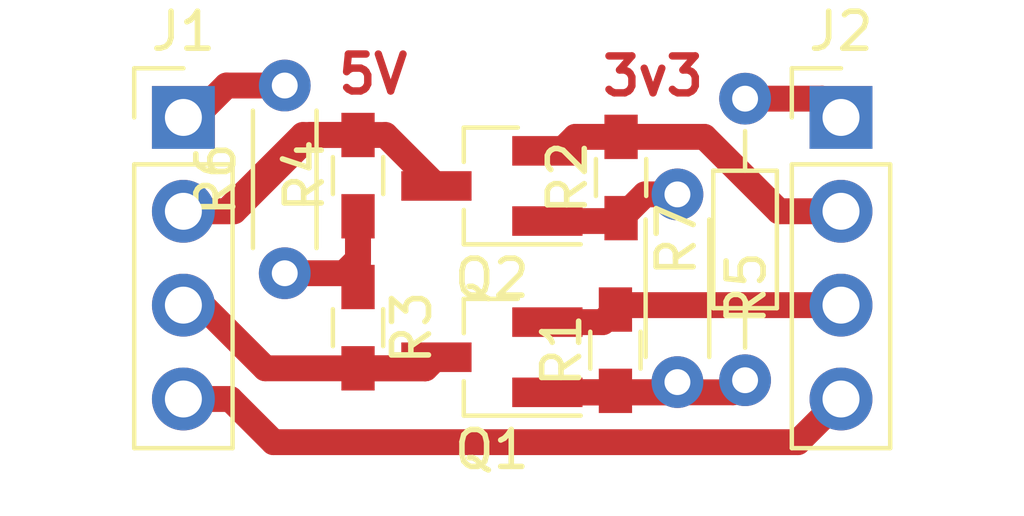
<source format=kicad_pcb>
(kicad_pcb (version 4) (host pcbnew 4.0.6)

  (general
    (links 18)
    (no_connects 0)
    (area 124.966667 99.819 152.813334 114.149)
    (thickness 1.6)
    (drawings 2)
    (tracks 44)
    (zones 0)
    (modules 11)
    (nets 11)
  )

  (page A4)
  (layers
    (0 F.Cu signal)
    (31 B.Cu jumper)
    (32 B.Adhes user)
    (33 F.Adhes user)
    (34 B.Paste user)
    (35 F.Paste user)
    (36 B.SilkS user)
    (37 F.SilkS user)
    (38 B.Mask user)
    (39 F.Mask user)
    (40 Dwgs.User user)
    (41 Cmts.User user)
    (42 Eco1.User user)
    (43 Eco2.User user)
    (44 Edge.Cuts user)
    (45 Margin user)
    (46 B.CrtYd user)
    (47 F.CrtYd user)
    (48 B.Fab user)
    (49 F.Fab user)
  )

  (setup
    (last_trace_width 0.7)
    (trace_clearance 0.2)
    (zone_clearance 0.508)
    (zone_45_only no)
    (trace_min 0.2)
    (segment_width 0.2)
    (edge_width 0.15)
    (via_size 0.6)
    (via_drill 0.4)
    (via_min_size 0.4)
    (via_min_drill 0.3)
    (uvia_size 0.3)
    (uvia_drill 0.1)
    (uvias_allowed no)
    (uvia_min_size 0.2)
    (uvia_min_drill 0.1)
    (pcb_text_width 0.3)
    (pcb_text_size 1.5 1.5)
    (mod_edge_width 0.15)
    (mod_text_size 1 1)
    (mod_text_width 0.15)
    (pad_size 1.524 1.524)
    (pad_drill 0.762)
    (pad_to_mask_clearance 0.2)
    (aux_axis_origin 0 0)
    (visible_elements FFFCFFFF)
    (pcbplotparams
      (layerselection 0x00000_00000001)
      (usegerberextensions false)
      (excludeedgelayer true)
      (linewidth 0.100000)
      (plotframeref false)
      (viasonmask false)
      (mode 1)
      (useauxorigin false)
      (hpglpennumber 1)
      (hpglpenspeed 20)
      (hpglpendiameter 15)
      (hpglpenoverlay 2)
      (psnegative false)
      (psa4output false)
      (plotreference true)
      (plotvalue true)
      (plotinvisibletext false)
      (padsonsilk false)
      (subtractmaskfromsilk false)
      (outputformat 5)
      (mirror true)
      (drillshape 1)
      (scaleselection 1)
      (outputdirectory ./))
  )

  (net 0 "")
  (net 1 +5V)
  (net 2 /SCL_5)
  (net 3 /SDA_5)
  (net 4 GND)
  (net 5 /SCL_33)
  (net 6 /SDA_33)
  (net 7 "Net-(Q1-Pad1)")
  (net 8 "Net-(J1-Pad1)")
  (net 9 "Net-(Q2-Pad1)")
  (net 10 "Net-(J2-Pad1)")

  (net_class Default "This is the default net class."
    (clearance 0.2)
    (trace_width 0.7)
    (via_dia 0.6)
    (via_drill 0.4)
    (uvia_dia 0.3)
    (uvia_drill 0.1)
    (add_net +5V)
    (add_net /SCL_33)
    (add_net /SCL_5)
    (add_net /SDA_33)
    (add_net /SDA_5)
    (add_net GND)
    (add_net "Net-(J1-Pad1)")
    (add_net "Net-(J2-Pad1)")
    (add_net "Net-(Q1-Pad1)")
    (add_net "Net-(Q2-Pad1)")
  )

  (module Pin_Headers:Pin_Header_Straight_1x04_Pitch2.54mm (layer F.Cu) (tedit 59650532) (tstamp 59726892)
    (at 130 103.124)
    (descr "Through hole straight pin header, 1x04, 2.54mm pitch, single row")
    (tags "Through hole pin header THT 1x04 2.54mm single row")
    (path /5972648A)
    (fp_text reference J1 (at 0 -2.33) (layer F.SilkS)
      (effects (font (size 1 1) (thickness 0.15)))
    )
    (fp_text value CONN_01X04 (at 0 9.95) (layer F.Fab)
      (effects (font (size 1 1) (thickness 0.15)))
    )
    (fp_line (start -0.635 -1.27) (end 1.27 -1.27) (layer F.Fab) (width 0.1))
    (fp_line (start 1.27 -1.27) (end 1.27 8.89) (layer F.Fab) (width 0.1))
    (fp_line (start 1.27 8.89) (end -1.27 8.89) (layer F.Fab) (width 0.1))
    (fp_line (start -1.27 8.89) (end -1.27 -0.635) (layer F.Fab) (width 0.1))
    (fp_line (start -1.27 -0.635) (end -0.635 -1.27) (layer F.Fab) (width 0.1))
    (fp_line (start -1.33 8.95) (end 1.33 8.95) (layer F.SilkS) (width 0.12))
    (fp_line (start -1.33 1.27) (end -1.33 8.95) (layer F.SilkS) (width 0.12))
    (fp_line (start 1.33 1.27) (end 1.33 8.95) (layer F.SilkS) (width 0.12))
    (fp_line (start -1.33 1.27) (end 1.33 1.27) (layer F.SilkS) (width 0.12))
    (fp_line (start -1.33 0) (end -1.33 -1.33) (layer F.SilkS) (width 0.12))
    (fp_line (start -1.33 -1.33) (end 0 -1.33) (layer F.SilkS) (width 0.12))
    (fp_line (start -1.8 -1.8) (end -1.8 9.4) (layer F.CrtYd) (width 0.05))
    (fp_line (start -1.8 9.4) (end 1.8 9.4) (layer F.CrtYd) (width 0.05))
    (fp_line (start 1.8 9.4) (end 1.8 -1.8) (layer F.CrtYd) (width 0.05))
    (fp_line (start 1.8 -1.8) (end -1.8 -1.8) (layer F.CrtYd) (width 0.05))
    (fp_text user %R (at 0 3.81 90) (layer F.Fab)
      (effects (font (size 1 1) (thickness 0.15)))
    )
    (pad 1 thru_hole rect (at 0 0) (size 1.7 1.7) (drill 1) (layers *.Cu *.Mask)
      (net 8 "Net-(J1-Pad1)"))
    (pad 2 thru_hole oval (at 0 2.54) (size 1.7 1.7) (drill 1) (layers *.Cu *.Mask)
      (net 2 /SCL_5))
    (pad 3 thru_hole oval (at 0 5.08) (size 1.7 1.7) (drill 1) (layers *.Cu *.Mask)
      (net 3 /SDA_5))
    (pad 4 thru_hole oval (at 0 7.62) (size 1.7 1.7) (drill 1) (layers *.Cu *.Mask)
      (net 4 GND))
    (model ${KISYS3DMOD}/Pin_Headers.3dshapes/Pin_Header_Straight_1x04_Pitch2.54mm.wrl
      (at (xyz 0 0 0))
      (scale (xyz 1 1 1))
      (rotate (xyz 0 0 0))
    )
  )

  (module Pin_Headers:Pin_Header_Straight_1x04_Pitch2.54mm (layer F.Cu) (tedit 59650532) (tstamp 5972689A)
    (at 147.78 103.124)
    (descr "Through hole straight pin header, 1x04, 2.54mm pitch, single row")
    (tags "Through hole pin header THT 1x04 2.54mm single row")
    (path /597263A7)
    (fp_text reference J2 (at 0 -2.33) (layer F.SilkS)
      (effects (font (size 1 1) (thickness 0.15)))
    )
    (fp_text value CONN_01X04 (at 0 9.95) (layer F.Fab)
      (effects (font (size 1 1) (thickness 0.15)))
    )
    (fp_line (start -0.635 -1.27) (end 1.27 -1.27) (layer F.Fab) (width 0.1))
    (fp_line (start 1.27 -1.27) (end 1.27 8.89) (layer F.Fab) (width 0.1))
    (fp_line (start 1.27 8.89) (end -1.27 8.89) (layer F.Fab) (width 0.1))
    (fp_line (start -1.27 8.89) (end -1.27 -0.635) (layer F.Fab) (width 0.1))
    (fp_line (start -1.27 -0.635) (end -0.635 -1.27) (layer F.Fab) (width 0.1))
    (fp_line (start -1.33 8.95) (end 1.33 8.95) (layer F.SilkS) (width 0.12))
    (fp_line (start -1.33 1.27) (end -1.33 8.95) (layer F.SilkS) (width 0.12))
    (fp_line (start 1.33 1.27) (end 1.33 8.95) (layer F.SilkS) (width 0.12))
    (fp_line (start -1.33 1.27) (end 1.33 1.27) (layer F.SilkS) (width 0.12))
    (fp_line (start -1.33 0) (end -1.33 -1.33) (layer F.SilkS) (width 0.12))
    (fp_line (start -1.33 -1.33) (end 0 -1.33) (layer F.SilkS) (width 0.12))
    (fp_line (start -1.8 -1.8) (end -1.8 9.4) (layer F.CrtYd) (width 0.05))
    (fp_line (start -1.8 9.4) (end 1.8 9.4) (layer F.CrtYd) (width 0.05))
    (fp_line (start 1.8 9.4) (end 1.8 -1.8) (layer F.CrtYd) (width 0.05))
    (fp_line (start 1.8 -1.8) (end -1.8 -1.8) (layer F.CrtYd) (width 0.05))
    (fp_text user %R (at 0 3.81 90) (layer F.Fab)
      (effects (font (size 1 1) (thickness 0.15)))
    )
    (pad 1 thru_hole rect (at 0 0) (size 1.7 1.7) (drill 1) (layers *.Cu *.Mask)
      (net 10 "Net-(J2-Pad1)"))
    (pad 2 thru_hole oval (at 0 2.54) (size 1.7 1.7) (drill 1) (layers *.Cu *.Mask)
      (net 5 /SCL_33))
    (pad 3 thru_hole oval (at 0 5.08) (size 1.7 1.7) (drill 1) (layers *.Cu *.Mask)
      (net 6 /SDA_33))
    (pad 4 thru_hole oval (at 0 7.62) (size 1.7 1.7) (drill 1) (layers *.Cu *.Mask)
      (net 4 GND))
    (model ${KISYS3DMOD}/Pin_Headers.3dshapes/Pin_Header_Straight_1x04_Pitch2.54mm.wrl
      (at (xyz 0 0 0))
      (scale (xyz 1 1 1))
      (rotate (xyz 0 0 0))
    )
  )

  (module TO_SOT_Packages_SMD:SOT-23_Handsoldering (layer F.Cu) (tedit 5972695F) (tstamp 597268A1)
    (at 138.3411 109.6137 180)
    (descr "SOT-23, Handsoldering")
    (tags SOT-23)
    (path /59726916)
    (attr smd)
    (fp_text reference Q1 (at 0 -2.5 180) (layer F.SilkS)
      (effects (font (size 1 1) (thickness 0.15)))
    )
    (fp_text value BSS138 (at 0 2.5 180) (layer F.Fab)
      (effects (font (size 1 1) (thickness 0.15)))
    )
    (fp_text user %R (at 0 0 360) (layer F.Fab)
      (effects (font (size 0.5 0.5) (thickness 0.075)))
    )
    (fp_line (start 0.76 1.58) (end 0.76 0.65) (layer F.SilkS) (width 0.12))
    (fp_line (start 0.76 -1.58) (end 0.76 -0.65) (layer F.SilkS) (width 0.12))
    (fp_line (start -2.7 -1.75) (end 2.7 -1.75) (layer F.CrtYd) (width 0.05))
    (fp_line (start 2.7 -1.75) (end 2.7 1.75) (layer F.CrtYd) (width 0.05))
    (fp_line (start 2.7 1.75) (end -2.7 1.75) (layer F.CrtYd) (width 0.05))
    (fp_line (start -2.7 1.75) (end -2.7 -1.75) (layer F.CrtYd) (width 0.05))
    (fp_line (start 0.76 -1.58) (end -2.4 -1.58) (layer F.SilkS) (width 0.12))
    (fp_line (start -0.7 -0.95) (end -0.7 1.5) (layer F.Fab) (width 0.1))
    (fp_line (start -0.15 -1.52) (end 0.7 -1.52) (layer F.Fab) (width 0.1))
    (fp_line (start -0.7 -0.95) (end -0.15 -1.52) (layer F.Fab) (width 0.1))
    (fp_line (start 0.7 -1.52) (end 0.7 1.52) (layer F.Fab) (width 0.1))
    (fp_line (start -0.7 1.52) (end 0.7 1.52) (layer F.Fab) (width 0.1))
    (fp_line (start 0.76 1.58) (end -0.7 1.58) (layer F.SilkS) (width 0.12))
    (pad 1 smd rect (at -1.5 -0.95 180) (size 1.9 0.8) (layers F.Cu F.Paste F.Mask)
      (net 7 "Net-(Q1-Pad1)"))
    (pad 2 smd rect (at -1.5 0.95 180) (size 1.9 0.8) (layers F.Cu F.Paste F.Mask)
      (net 6 /SDA_33))
    (pad 3 smd rect (at 1.5 0 180) (size 1.9 0.8) (layers F.Cu F.Paste F.Mask)
      (net 3 /SDA_5))
    (model ${KISYS3DMOD}/TO_SOT_Packages_SMD.3dshapes\SOT-23.wrl
      (at (xyz 0 0 0))
      (scale (xyz 1 1 1))
      (rotate (xyz 0 0 0))
    )
  )

  (module TO_SOT_Packages_SMD:SOT-23_Handsoldering (layer F.Cu) (tedit 58CE4E7E) (tstamp 597268A8)
    (at 138.3411 104.9782 180)
    (descr "SOT-23, Handsoldering")
    (tags SOT-23)
    (path /59726AD9)
    (attr smd)
    (fp_text reference Q2 (at 0 -2.5 180) (layer F.SilkS)
      (effects (font (size 1 1) (thickness 0.15)))
    )
    (fp_text value BSS138 (at 0 2.5 180) (layer F.Fab)
      (effects (font (size 1 1) (thickness 0.15)))
    )
    (fp_text user %R (at 0 0 270) (layer F.Fab)
      (effects (font (size 0.5 0.5) (thickness 0.075)))
    )
    (fp_line (start 0.76 1.58) (end 0.76 0.65) (layer F.SilkS) (width 0.12))
    (fp_line (start 0.76 -1.58) (end 0.76 -0.65) (layer F.SilkS) (width 0.12))
    (fp_line (start -2.7 -1.75) (end 2.7 -1.75) (layer F.CrtYd) (width 0.05))
    (fp_line (start 2.7 -1.75) (end 2.7 1.75) (layer F.CrtYd) (width 0.05))
    (fp_line (start 2.7 1.75) (end -2.7 1.75) (layer F.CrtYd) (width 0.05))
    (fp_line (start -2.7 1.75) (end -2.7 -1.75) (layer F.CrtYd) (width 0.05))
    (fp_line (start 0.76 -1.58) (end -2.4 -1.58) (layer F.SilkS) (width 0.12))
    (fp_line (start -0.7 -0.95) (end -0.7 1.5) (layer F.Fab) (width 0.1))
    (fp_line (start -0.15 -1.52) (end 0.7 -1.52) (layer F.Fab) (width 0.1))
    (fp_line (start -0.7 -0.95) (end -0.15 -1.52) (layer F.Fab) (width 0.1))
    (fp_line (start 0.7 -1.52) (end 0.7 1.52) (layer F.Fab) (width 0.1))
    (fp_line (start -0.7 1.52) (end 0.7 1.52) (layer F.Fab) (width 0.1))
    (fp_line (start 0.76 1.58) (end -0.7 1.58) (layer F.SilkS) (width 0.12))
    (pad 1 smd rect (at -1.5 -0.95 180) (size 1.9 0.8) (layers F.Cu F.Paste F.Mask)
      (net 9 "Net-(Q2-Pad1)"))
    (pad 2 smd rect (at -1.5 0.95 180) (size 1.9 0.8) (layers F.Cu F.Paste F.Mask)
      (net 5 /SCL_33))
    (pad 3 smd rect (at 1.5 0 180) (size 1.9 0.8) (layers F.Cu F.Paste F.Mask)
      (net 2 /SCL_5))
    (model ${KISYS3DMOD}/TO_SOT_Packages_SMD.3dshapes\SOT-23.wrl
      (at (xyz 0 0 0))
      (scale (xyz 1 1 1))
      (rotate (xyz 0 0 0))
    )
  )

  (module Resistors_SMD:R_0603_HandSoldering (layer F.Cu) (tedit 58E0A804) (tstamp 597268AE)
    (at 141.6812 109.4232 90)
    (descr "Resistor SMD 0603, hand soldering")
    (tags "resistor 0603")
    (path /59726805)
    (attr smd)
    (fp_text reference R1 (at 0 -1.45 90) (layer F.SilkS)
      (effects (font (size 1 1) (thickness 0.15)))
    )
    (fp_text value 2K7 (at 0 1.55 90) (layer F.Fab)
      (effects (font (size 1 1) (thickness 0.15)))
    )
    (fp_text user %R (at 0 0 90) (layer F.Fab)
      (effects (font (size 0.4 0.4) (thickness 0.075)))
    )
    (fp_line (start -0.8 0.4) (end -0.8 -0.4) (layer F.Fab) (width 0.1))
    (fp_line (start 0.8 0.4) (end -0.8 0.4) (layer F.Fab) (width 0.1))
    (fp_line (start 0.8 -0.4) (end 0.8 0.4) (layer F.Fab) (width 0.1))
    (fp_line (start -0.8 -0.4) (end 0.8 -0.4) (layer F.Fab) (width 0.1))
    (fp_line (start 0.5 0.68) (end -0.5 0.68) (layer F.SilkS) (width 0.12))
    (fp_line (start -0.5 -0.68) (end 0.5 -0.68) (layer F.SilkS) (width 0.12))
    (fp_line (start -1.96 -0.7) (end 1.95 -0.7) (layer F.CrtYd) (width 0.05))
    (fp_line (start -1.96 -0.7) (end -1.96 0.7) (layer F.CrtYd) (width 0.05))
    (fp_line (start 1.95 0.7) (end 1.95 -0.7) (layer F.CrtYd) (width 0.05))
    (fp_line (start 1.95 0.7) (end -1.96 0.7) (layer F.CrtYd) (width 0.05))
    (pad 1 smd rect (at -1.1 0 90) (size 1.2 0.9) (layers F.Cu F.Paste F.Mask)
      (net 7 "Net-(Q1-Pad1)"))
    (pad 2 smd rect (at 1.1 0 90) (size 1.2 0.9) (layers F.Cu F.Paste F.Mask)
      (net 6 /SDA_33))
    (model ${KISYS3DMOD}/Resistors_SMD.3dshapes/R_0603.wrl
      (at (xyz 0 0 0))
      (scale (xyz 1 1 1))
      (rotate (xyz 0 0 0))
    )
  )

  (module Resistors_SMD:R_0603_HandSoldering (layer F.Cu) (tedit 58E0A804) (tstamp 597268B4)
    (at 141.8336 104.7496 90)
    (descr "Resistor SMD 0603, hand soldering")
    (tags "resistor 0603")
    (path /59726ACC)
    (attr smd)
    (fp_text reference R2 (at 0 -1.45 90) (layer F.SilkS)
      (effects (font (size 1 1) (thickness 0.15)))
    )
    (fp_text value 2K7 (at 0 1.55 90) (layer F.Fab)
      (effects (font (size 1 1) (thickness 0.15)))
    )
    (fp_text user %R (at 0 0 90) (layer F.Fab)
      (effects (font (size 0.4 0.4) (thickness 0.075)))
    )
    (fp_line (start -0.8 0.4) (end -0.8 -0.4) (layer F.Fab) (width 0.1))
    (fp_line (start 0.8 0.4) (end -0.8 0.4) (layer F.Fab) (width 0.1))
    (fp_line (start 0.8 -0.4) (end 0.8 0.4) (layer F.Fab) (width 0.1))
    (fp_line (start -0.8 -0.4) (end 0.8 -0.4) (layer F.Fab) (width 0.1))
    (fp_line (start 0.5 0.68) (end -0.5 0.68) (layer F.SilkS) (width 0.12))
    (fp_line (start -0.5 -0.68) (end 0.5 -0.68) (layer F.SilkS) (width 0.12))
    (fp_line (start -1.96 -0.7) (end 1.95 -0.7) (layer F.CrtYd) (width 0.05))
    (fp_line (start -1.96 -0.7) (end -1.96 0.7) (layer F.CrtYd) (width 0.05))
    (fp_line (start 1.95 0.7) (end 1.95 -0.7) (layer F.CrtYd) (width 0.05))
    (fp_line (start 1.95 0.7) (end -1.96 0.7) (layer F.CrtYd) (width 0.05))
    (pad 1 smd rect (at -1.1 0 90) (size 1.2 0.9) (layers F.Cu F.Paste F.Mask)
      (net 9 "Net-(Q2-Pad1)"))
    (pad 2 smd rect (at 1.1 0 90) (size 1.2 0.9) (layers F.Cu F.Paste F.Mask)
      (net 5 /SCL_33))
    (model ${KISYS3DMOD}/Resistors_SMD.3dshapes/R_0603.wrl
      (at (xyz 0 0 0))
      (scale (xyz 1 1 1))
      (rotate (xyz 0 0 0))
    )
  )

  (module Resistors_SMD:R_0603_HandSoldering (layer F.Cu) (tedit 58E0A804) (tstamp 597268BA)
    (at 134.7216 108.8136 270)
    (descr "Resistor SMD 0603, hand soldering")
    (tags "resistor 0603")
    (path /59726766)
    (attr smd)
    (fp_text reference R3 (at 0 -1.45 270) (layer F.SilkS)
      (effects (font (size 1 1) (thickness 0.15)))
    )
    (fp_text value 4K7 (at 0 1.55 270) (layer F.Fab)
      (effects (font (size 1 1) (thickness 0.15)))
    )
    (fp_text user %R (at 0 0 270) (layer F.Fab)
      (effects (font (size 0.4 0.4) (thickness 0.075)))
    )
    (fp_line (start -0.8 0.4) (end -0.8 -0.4) (layer F.Fab) (width 0.1))
    (fp_line (start 0.8 0.4) (end -0.8 0.4) (layer F.Fab) (width 0.1))
    (fp_line (start 0.8 -0.4) (end 0.8 0.4) (layer F.Fab) (width 0.1))
    (fp_line (start -0.8 -0.4) (end 0.8 -0.4) (layer F.Fab) (width 0.1))
    (fp_line (start 0.5 0.68) (end -0.5 0.68) (layer F.SilkS) (width 0.12))
    (fp_line (start -0.5 -0.68) (end 0.5 -0.68) (layer F.SilkS) (width 0.12))
    (fp_line (start -1.96 -0.7) (end 1.95 -0.7) (layer F.CrtYd) (width 0.05))
    (fp_line (start -1.96 -0.7) (end -1.96 0.7) (layer F.CrtYd) (width 0.05))
    (fp_line (start 1.95 0.7) (end 1.95 -0.7) (layer F.CrtYd) (width 0.05))
    (fp_line (start 1.95 0.7) (end -1.96 0.7) (layer F.CrtYd) (width 0.05))
    (pad 1 smd rect (at -1.1 0 270) (size 1.2 0.9) (layers F.Cu F.Paste F.Mask)
      (net 1 +5V))
    (pad 2 smd rect (at 1.1 0 270) (size 1.2 0.9) (layers F.Cu F.Paste F.Mask)
      (net 3 /SDA_5))
    (model ${KISYS3DMOD}/Resistors_SMD.3dshapes/R_0603.wrl
      (at (xyz 0 0 0))
      (scale (xyz 1 1 1))
      (rotate (xyz 0 0 0))
    )
  )

  (module Resistors_SMD:R_0603_HandSoldering (layer F.Cu) (tedit 58E0A804) (tstamp 597268C0)
    (at 134.7216 104.6988 90)
    (descr "Resistor SMD 0603, hand soldering")
    (tags "resistor 0603")
    (path /59726AC6)
    (attr smd)
    (fp_text reference R4 (at 0 -1.45 90) (layer F.SilkS)
      (effects (font (size 1 1) (thickness 0.15)))
    )
    (fp_text value 4K7 (at 0 1.55 90) (layer F.Fab)
      (effects (font (size 1 1) (thickness 0.15)))
    )
    (fp_text user %R (at 0 0 90) (layer F.Fab)
      (effects (font (size 0.4 0.4) (thickness 0.075)))
    )
    (fp_line (start -0.8 0.4) (end -0.8 -0.4) (layer F.Fab) (width 0.1))
    (fp_line (start 0.8 0.4) (end -0.8 0.4) (layer F.Fab) (width 0.1))
    (fp_line (start 0.8 -0.4) (end 0.8 0.4) (layer F.Fab) (width 0.1))
    (fp_line (start -0.8 -0.4) (end 0.8 -0.4) (layer F.Fab) (width 0.1))
    (fp_line (start 0.5 0.68) (end -0.5 0.68) (layer F.SilkS) (width 0.12))
    (fp_line (start -0.5 -0.68) (end 0.5 -0.68) (layer F.SilkS) (width 0.12))
    (fp_line (start -1.96 -0.7) (end 1.95 -0.7) (layer F.CrtYd) (width 0.05))
    (fp_line (start -1.96 -0.7) (end -1.96 0.7) (layer F.CrtYd) (width 0.05))
    (fp_line (start 1.95 0.7) (end 1.95 -0.7) (layer F.CrtYd) (width 0.05))
    (fp_line (start 1.95 0.7) (end -1.96 0.7) (layer F.CrtYd) (width 0.05))
    (pad 1 smd rect (at -1.1 0 90) (size 1.2 0.9) (layers F.Cu F.Paste F.Mask)
      (net 1 +5V))
    (pad 2 smd rect (at 1.1 0 90) (size 1.2 0.9) (layers F.Cu F.Paste F.Mask)
      (net 2 /SCL_5))
    (model ${KISYS3DMOD}/Resistors_SMD.3dshapes/R_0603.wrl
      (at (xyz 0 0 0))
      (scale (xyz 1 1 1))
      (rotate (xyz 0 0 0))
    )
  )

  (module Resistors_THT:R_Axial_DIN0204_L3.6mm_D1.6mm_P5.08mm_Horizontal (layer F.Cu) (tedit 5874F706) (tstamp 59745CE7)
    (at 132.7404 107.3404 90)
    (descr "Resistor, Axial_DIN0204 series, Axial, Horizontal, pin pitch=5.08mm, 0.16666666666666666W = 1/6W, length*diameter=3.6*1.6mm^2, http://cdn-reichelt.de/documents/datenblatt/B400/1_4W%23YAG.pdf")
    (tags "Resistor Axial_DIN0204 series Axial Horizontal pin pitch 5.08mm 0.16666666666666666W = 1/6W length 3.6mm diameter 1.6mm")
    (path /59745D51)
    (fp_text reference R6 (at 2.54 -1.86 90) (layer F.SilkS)
      (effects (font (size 1 1) (thickness 0.15)))
    )
    (fp_text value R (at 2.54 1.86 90) (layer F.Fab)
      (effects (font (size 1 1) (thickness 0.15)))
    )
    (fp_line (start 0.74 -0.8) (end 0.74 0.8) (layer F.Fab) (width 0.1))
    (fp_line (start 0.74 0.8) (end 4.34 0.8) (layer F.Fab) (width 0.1))
    (fp_line (start 4.34 0.8) (end 4.34 -0.8) (layer F.Fab) (width 0.1))
    (fp_line (start 4.34 -0.8) (end 0.74 -0.8) (layer F.Fab) (width 0.1))
    (fp_line (start 0 0) (end 0.74 0) (layer F.Fab) (width 0.1))
    (fp_line (start 5.08 0) (end 4.34 0) (layer F.Fab) (width 0.1))
    (fp_line (start 0.68 -0.86) (end 4.4 -0.86) (layer F.SilkS) (width 0.12))
    (fp_line (start 0.68 0.86) (end 4.4 0.86) (layer F.SilkS) (width 0.12))
    (fp_line (start -0.95 -1.15) (end -0.95 1.15) (layer F.CrtYd) (width 0.05))
    (fp_line (start -0.95 1.15) (end 6.05 1.15) (layer F.CrtYd) (width 0.05))
    (fp_line (start 6.05 1.15) (end 6.05 -1.15) (layer F.CrtYd) (width 0.05))
    (fp_line (start 6.05 -1.15) (end -0.95 -1.15) (layer F.CrtYd) (width 0.05))
    (pad 1 thru_hole circle (at 0 0 90) (size 1.4 1.4) (drill 0.7) (layers *.Cu *.Mask)
      (net 1 +5V))
    (pad 2 thru_hole oval (at 5.08 0 90) (size 1.4 1.4) (drill 0.7) (layers *.Cu *.Mask)
      (net 8 "Net-(J1-Pad1)"))
    (model ${KISYS3DMOD}/Resistors_THT.3dshapes/R_Axial_DIN0204_L3.6mm_D1.6mm_P5.08mm_Horizontal.wrl
      (at (xyz 0 0 0))
      (scale (xyz 0.393701 0.393701 0.393701))
      (rotate (xyz 0 0 0))
    )
  )

  (module Resistors_THT:R_Axial_DIN0204_L3.6mm_D1.6mm_P5.08mm_Horizontal (layer F.Cu) (tedit 5874F706) (tstamp 5972760C)
    (at 143.3576 105.2068 270)
    (descr "Resistor, Axial_DIN0204 series, Axial, Horizontal, pin pitch=5.08mm, 0.16666666666666666W = 1/6W, length*diameter=3.6*1.6mm^2, http://cdn-reichelt.de/documents/datenblatt/B400/1_4W%23YAG.pdf")
    (tags "Resistor Axial_DIN0204 series Axial Horizontal pin pitch 5.08mm 0.16666666666666666W = 1/6W length 3.6mm diameter 1.6mm")
    (path /597275D2)
    (fp_text reference R5 (at 2.54 -1.86 270) (layer F.SilkS)
      (effects (font (size 1 1) (thickness 0.15)))
    )
    (fp_text value 0 (at 2.54 1.86 270) (layer F.Fab)
      (effects (font (size 1 1) (thickness 0.15)))
    )
    (fp_line (start 0.74 -0.8) (end 0.74 0.8) (layer F.Fab) (width 0.1))
    (fp_line (start 0.74 0.8) (end 4.34 0.8) (layer F.Fab) (width 0.1))
    (fp_line (start 4.34 0.8) (end 4.34 -0.8) (layer F.Fab) (width 0.1))
    (fp_line (start 4.34 -0.8) (end 0.74 -0.8) (layer F.Fab) (width 0.1))
    (fp_line (start 0 0) (end 0.74 0) (layer F.Fab) (width 0.1))
    (fp_line (start 5.08 0) (end 4.34 0) (layer F.Fab) (width 0.1))
    (fp_line (start 0.68 -0.86) (end 4.4 -0.86) (layer F.SilkS) (width 0.12))
    (fp_line (start 0.68 0.86) (end 4.4 0.86) (layer F.SilkS) (width 0.12))
    (fp_line (start -0.95 -1.15) (end -0.95 1.15) (layer F.CrtYd) (width 0.05))
    (fp_line (start -0.95 1.15) (end 6.05 1.15) (layer F.CrtYd) (width 0.05))
    (fp_line (start 6.05 1.15) (end 6.05 -1.15) (layer F.CrtYd) (width 0.05))
    (fp_line (start 6.05 -1.15) (end -0.95 -1.15) (layer F.CrtYd) (width 0.05))
    (pad 1 thru_hole circle (at 0 0 270) (size 1.4 1.4) (drill 0.7) (layers *.Cu *.Mask)
      (net 9 "Net-(Q2-Pad1)"))
    (pad 2 thru_hole oval (at 5.08 0 270) (size 1.4 1.4) (drill 0.7) (layers *.Cu *.Mask)
      (net 7 "Net-(Q1-Pad1)"))
    (model ${KISYS3DMOD}/Resistors_THT.3dshapes/R_Axial_DIN0204_L3.6mm_D1.6mm_P5.08mm_Horizontal.wrl
      (at (xyz 0 0 0))
      (scale (xyz 0.393701 0.393701 0.393701))
      (rotate (xyz 0 0 0))
    )
  )

  (module Resistors_THT:R_Axial_DIN0204_L3.6mm_D1.6mm_P7.62mm_Horizontal (layer F.Cu) (tedit 5874F706) (tstamp 59745F5A)
    (at 145.1864 110.236 90)
    (descr "Resistor, Axial_DIN0204 series, Axial, Horizontal, pin pitch=7.62mm, 0.16666666666666666W = 1/6W, length*diameter=3.6*1.6mm^2, http://cdn-reichelt.de/documents/datenblatt/B400/1_4W%23YAG.pdf")
    (tags "Resistor Axial_DIN0204 series Axial Horizontal pin pitch 7.62mm 0.16666666666666666W = 1/6W length 3.6mm diameter 1.6mm")
    (path /597460CD)
    (fp_text reference R7 (at 3.81 -1.86 90) (layer F.SilkS)
      (effects (font (size 1 1) (thickness 0.15)))
    )
    (fp_text value 0 (at 3.81 1.86 90) (layer F.Fab)
      (effects (font (size 1 1) (thickness 0.15)))
    )
    (fp_line (start 2.01 -0.8) (end 2.01 0.8) (layer F.Fab) (width 0.1))
    (fp_line (start 2.01 0.8) (end 5.61 0.8) (layer F.Fab) (width 0.1))
    (fp_line (start 5.61 0.8) (end 5.61 -0.8) (layer F.Fab) (width 0.1))
    (fp_line (start 5.61 -0.8) (end 2.01 -0.8) (layer F.Fab) (width 0.1))
    (fp_line (start 0 0) (end 2.01 0) (layer F.Fab) (width 0.1))
    (fp_line (start 7.62 0) (end 5.61 0) (layer F.Fab) (width 0.1))
    (fp_line (start 1.95 -0.86) (end 1.95 0.86) (layer F.SilkS) (width 0.12))
    (fp_line (start 1.95 0.86) (end 5.67 0.86) (layer F.SilkS) (width 0.12))
    (fp_line (start 5.67 0.86) (end 5.67 -0.86) (layer F.SilkS) (width 0.12))
    (fp_line (start 5.67 -0.86) (end 1.95 -0.86) (layer F.SilkS) (width 0.12))
    (fp_line (start 0.88 0) (end 1.95 0) (layer F.SilkS) (width 0.12))
    (fp_line (start 6.74 0) (end 5.67 0) (layer F.SilkS) (width 0.12))
    (fp_line (start -0.95 -1.15) (end -0.95 1.15) (layer F.CrtYd) (width 0.05))
    (fp_line (start -0.95 1.15) (end 8.6 1.15) (layer F.CrtYd) (width 0.05))
    (fp_line (start 8.6 1.15) (end 8.6 -1.15) (layer F.CrtYd) (width 0.05))
    (fp_line (start 8.6 -1.15) (end -0.95 -1.15) (layer F.CrtYd) (width 0.05))
    (pad 1 thru_hole circle (at 0 0 90) (size 1.4 1.4) (drill 0.7) (layers *.Cu *.Mask)
      (net 7 "Net-(Q1-Pad1)"))
    (pad 2 thru_hole oval (at 7.62 0 90) (size 1.4 1.4) (drill 0.7) (layers *.Cu *.Mask)
      (net 10 "Net-(J2-Pad1)"))
    (model ${KISYS3DMOD}/Resistors_THT.3dshapes/R_Axial_DIN0204_L3.6mm_D1.6mm_P7.62mm_Horizontal.wrl
      (at (xyz 0 0 0))
      (scale (xyz 0.393701 0.393701 0.393701))
      (rotate (xyz 0 0 0))
    )
  )

  (gr_text 3v3 (at 142.6972 102.0064) (layer F.Cu)
    (effects (font (size 1 1) (thickness 0.2)))
  )
  (gr_text 5V (at 135.128 101.9556) (layer F.Cu)
    (effects (font (size 1 1) (thickness 0.2)))
  )

  (segment (start 134.7216 105.7988) (end 134.7216 107.7136) (width 0.7) (layer F.Cu) (net 1))
  (segment (start 132.7404 107.3404) (end 134.3484 107.3404) (width 0.7) (layer F.Cu) (net 1))
  (segment (start 134.3484 107.3404) (end 134.7216 106.9672) (width 0.7) (layer F.Cu) (net 1) (tstamp 59746296))
  (segment (start 134.7216 106.9672) (end 134.7216 105.7988) (width 0.7) (layer F.Cu) (net 1) (tstamp 59746297))
  (segment (start 134.7216 103.5988) (end 133.2308 103.5988) (width 0.7) (layer F.Cu) (net 2))
  (segment (start 131.1656 105.664) (end 130 105.664) (width 0.7) (layer F.Cu) (net 2) (tstamp 597462E2))
  (segment (start 133.2308 103.5988) (end 131.1656 105.664) (width 0.7) (layer F.Cu) (net 2) (tstamp 597462DF))
  (segment (start 130 105.664) (end 131.3688 105.664) (width 0.7) (layer F.Cu) (net 2))
  (segment (start 135.4617 103.5988) (end 136.8411 104.9782) (width 0.7) (layer F.Cu) (net 2) (tstamp 59746293))
  (segment (start 133.434 103.5988) (end 135.4617 103.5988) (width 0.7) (layer F.Cu) (net 2) (tstamp 59746291))
  (segment (start 131.3688 105.664) (end 133.434 103.5988) (width 0.7) (layer F.Cu) (net 2) (tstamp 5974628F))
  (segment (start 134.7216 109.9136) (end 136.5412 109.9136) (width 0.7) (layer F.Cu) (net 3))
  (segment (start 136.5412 109.9136) (end 136.8411 109.6137) (width 0.7) (layer F.Cu) (net 3) (tstamp 597462ED))
  (segment (start 130 108.204) (end 130.5052 108.204) (width 0.7) (layer F.Cu) (net 3))
  (segment (start 130.5052 108.204) (end 132.2148 109.9136) (width 0.7) (layer F.Cu) (net 3) (tstamp 5974629C))
  (segment (start 132.2148 109.9136) (end 136.5412 109.9136) (width 0.7) (layer F.Cu) (net 3) (tstamp 597462A0))
  (segment (start 136.5412 109.9136) (end 136.8411 109.6137) (width 0.7) (layer F.Cu) (net 3) (tstamp 597462A1))
  (segment (start 130 110.744) (end 131.2672 110.744) (width 0.7) (layer F.Cu) (net 4))
  (segment (start 146.6116 111.9124) (end 147.78 110.744) (width 0.7) (layer F.Cu) (net 4) (tstamp 597462CC))
  (segment (start 132.4356 111.9124) (end 146.6116 111.9124) (width 0.7) (layer F.Cu) (net 4) (tstamp 597462CA))
  (segment (start 131.2672 110.744) (end 132.4356 111.9124) (width 0.7) (layer F.Cu) (net 4) (tstamp 597462C8))
  (segment (start 141.8336 103.6496) (end 144.0864 103.6496) (width 0.7) (layer F.Cu) (net 5))
  (segment (start 146.1008 105.664) (end 147.78 105.664) (width 0.7) (layer F.Cu) (net 5) (tstamp 597462C3))
  (segment (start 144.0864 103.6496) (end 146.1008 105.664) (width 0.7) (layer F.Cu) (net 5) (tstamp 597462BE))
  (segment (start 139.8411 104.0282) (end 140.2182 104.0282) (width 0.7) (layer F.Cu) (net 5))
  (segment (start 140.2182 104.0282) (end 140.5968 103.6496) (width 0.7) (layer F.Cu) (net 5) (tstamp 597462A5))
  (segment (start 140.5968 103.6496) (end 141.8336 103.6496) (width 0.7) (layer F.Cu) (net 5) (tstamp 597462A7))
  (segment (start 139.8411 108.6637) (end 141.3407 108.6637) (width 0.7) (layer F.Cu) (net 6))
  (segment (start 141.3407 108.6637) (end 141.8004 108.204) (width 0.7) (layer F.Cu) (net 6) (tstamp 597462B0))
  (segment (start 141.8004 108.204) (end 147.78 108.204) (width 0.7) (layer F.Cu) (net 6) (tstamp 597462B1))
  (segment (start 139.8411 110.5637) (end 141.6407 110.5637) (width 0.7) (layer F.Cu) (net 7))
  (segment (start 141.6407 110.5637) (end 141.6812 110.5232) (width 0.7) (layer F.Cu) (net 7) (tstamp 597462D6))
  (segment (start 139.8411 110.5637) (end 143.0807 110.5637) (width 0.7) (layer F.Cu) (net 7))
  (segment (start 143.0807 110.5637) (end 143.3576 110.2868) (width 0.7) (layer F.Cu) (net 7) (tstamp 597462D3))
  (segment (start 139.8411 110.5637) (end 144.8587 110.5637) (width 0.7) (layer F.Cu) (net 7))
  (segment (start 144.8587 110.5637) (end 145.1864 110.236) (width 0.7) (layer F.Cu) (net 7) (tstamp 597462B6))
  (segment (start 130 103.124) (end 130.302 103.124) (width 0.7) (layer F.Cu) (net 8))
  (segment (start 130.302 103.124) (end 131.1656 102.2604) (width 0.7) (layer F.Cu) (net 8) (tstamp 59746288))
  (segment (start 131.1656 102.2604) (end 132.7404 102.2604) (width 0.7) (layer F.Cu) (net 8) (tstamp 59746289))
  (segment (start 139.8411 105.9282) (end 141.755 105.9282) (width 0.7) (layer F.Cu) (net 9))
  (segment (start 141.755 105.9282) (end 142.4764 105.2068) (width 0.7) (layer F.Cu) (net 9) (tstamp 597462AA))
  (segment (start 142.4764 105.2068) (end 143.3576 105.2068) (width 0.7) (layer F.Cu) (net 9) (tstamp 597462AB))
  (segment (start 145.1864 102.616) (end 147.272 102.616) (width 0.7) (layer F.Cu) (net 10))
  (segment (start 147.272 102.616) (end 147.78 103.124) (width 0.7) (layer F.Cu) (net 10) (tstamp 5974628C))

)

</source>
